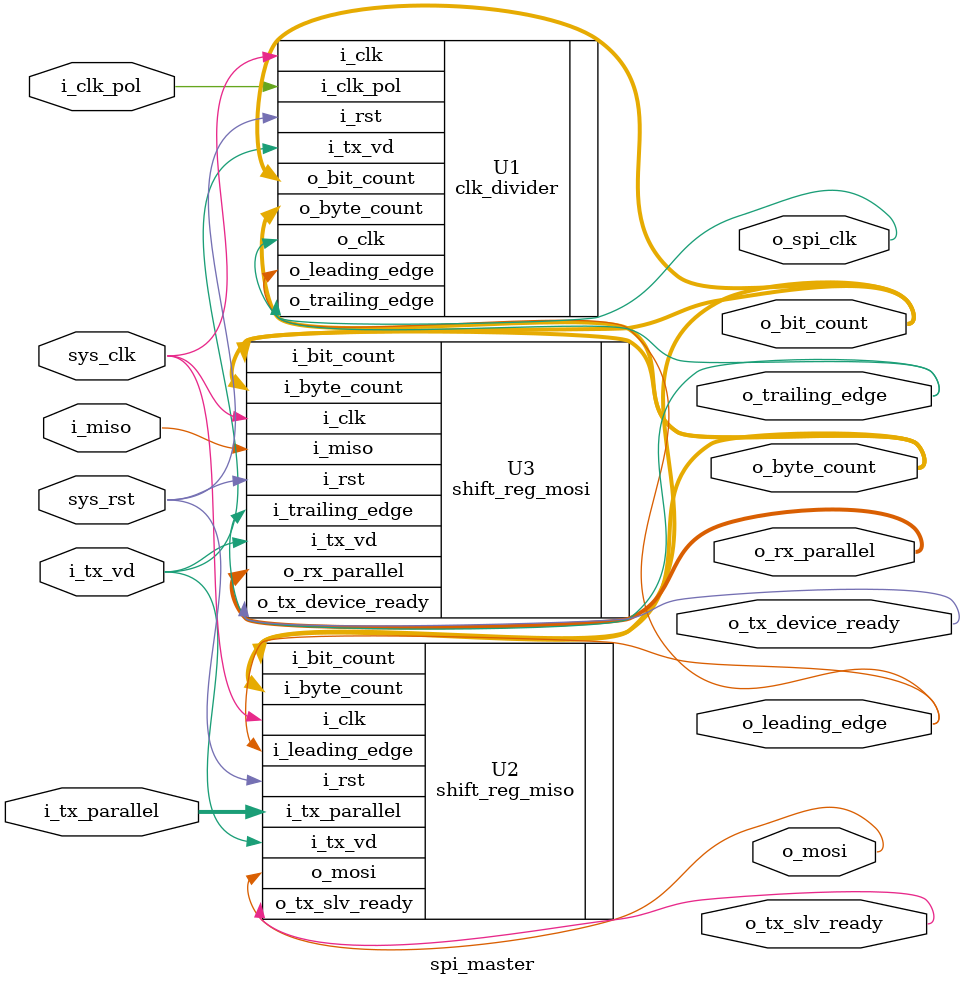
<source format=v>
module spi_master (

input  wire               sys_clk                ,
input  wire               sys_rst                ,
input  wire               i_miso                 ,
input  wire               i_tx_vd                ,
input  wire               i_clk_pol              ,
input  wire  [7:0]        i_tx_parallel          ,
											     
output wire  [7:0]        o_rx_parallel          ,
output wire               o_mosi                 ,
output wire               o_spi_clk              , 
output wire               o_tx_slv_ready         ,
output wire               o_tx_device_ready      ,
output wire               o_leading_edge         , 
output wire               o_trailing_edge        ,
output wire   [2:0]       o_bit_count            ,
output wire   [2:0]       o_byte_count


);

clk_divider U1 (

.i_clk           (sys_clk             )          , 
.i_rst           (sys_rst             )          , 
.i_tx_vd         (i_tx_vd             )          , 
.i_clk_pol       (i_clk_pol           )          , 
.o_clk           (o_spi_clk           )          , 
.o_leading_edge  (o_leading_edge      )          ,
.o_trailing_edge (o_trailing_edge     )          , 
.o_bit_count     (o_bit_count         )          , 
.o_byte_count    (o_byte_count        )           
                                            
);                                          
                                            
shift_reg_miso U2 (  
                       
.i_clk           (sys_clk	          )          ,    
.i_rst           (sys_rst             )          ,
.i_tx_vd         (i_tx_vd             )          ,
.i_tx_parallel   (i_tx_parallel       )          ,
.i_bit_count     (o_bit_count         )          ,
.i_byte_count    (o_byte_count        )          ,
.i_leading_edge  (o_leading_edge      )          ,			      
.o_mosi          (o_mosi              )          ,
.o_tx_slv_ready  (o_tx_slv_ready      )
);

shift_reg_mosi U3 (

.i_clk            (sys_clk            )          ,
.i_rst            (sys_rst            )          ,
.i_miso           (i_miso             )          ,
.i_tx_vd          (i_tx_vd            )          ,
.i_byte_count     (o_byte_count       )          ,
.i_bit_count      (o_bit_count        )          ,
.i_trailing_edge  (o_trailing_edge    )          ,
.o_rx_parallel    (o_rx_parallel      )          ,
.o_tx_device_ready(o_tx_device_ready  )
                 

);

endmodule
</source>
